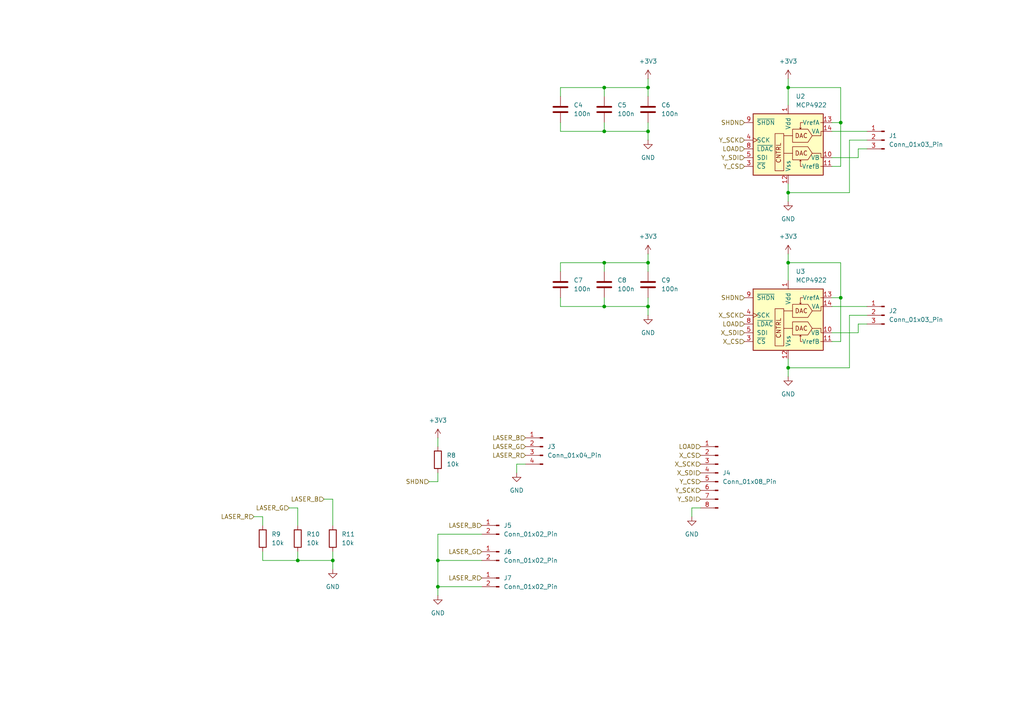
<source format=kicad_sch>
(kicad_sch (version 20231120) (generator "eeschema") (generator_version "8.0")
  (paper "A4")
  (title_block (title "Laser front-end base board") (date "2024-09-07"))
  (lib_symbols
    (symbol "Analog_DAC:MCP4922" (pin_names (offset 1.016))
      (property "Reference" "U" (at -1.905 10.795 0))
      (property "Value" "MCP4922" (at -1.905 8.89 0))
      (symbol "MCP4922_0_0"
        (polyline (pts (xy 3.556 -5.842) (xy 3.302 -6.096)))
        (polyline (pts (xy 3.556 -5.842) (xy 3.81 -6.096)))
        (polyline (pts (xy 3.556 3.302) (xy 3.302 3.556)))
        (polyline (pts (xy 3.556 3.302) (xy 3.81 3.556)))
        (polyline (pts (xy 10.16 -7.62) (xy 9.398 -7.62)))
        (polyline (pts (xy 10.16 5.08) (xy 9.398 5.08)))
        (polyline (pts (xy 4.064 -7.62) (xy 3.556 -7.62) (xy 3.556 -5.842)))
        (polyline (pts (xy 4.318 5.08) (xy 3.556 5.08) (xy 3.556 3.302)))
        (polyline (pts (xy 6.985 -3.81) (xy 9.525 -3.81) (xy 9.525 -5.08) (xy 10.16 -5.08)))
        (polyline (pts (xy 6.985 1.27) (xy 9.525 1.27) (xy 9.525 2.54) (xy 10.16 2.54)))
        (text "CNTRL" (at -2.032 -6.731 900) (effects (font (size 1.27 1.27)) (justify left bottom)))
        (text "DAC" (at 3.81 -3.81 0) (effects (font (size 1.27 1.27))))
        (text "DAC" (at 3.81 1.27 0) (effects (font (size 1.27 1.27))))
      )
      (symbol "MCP4922_0_1"
        (rectangle (start -10.16 7.62) (end 10.16 -10.16) (stroke (width 0.254)) (fill (type background)))
        (rectangle (start -1.27 -8.89) (end -3.81 1.905))
        (polyline (pts (xy 1.27 -3.81) (xy -1.27 -3.81)))
        (polyline (pts (xy 1.27 1.27) (xy -1.27 1.27)))
        (polyline (pts (xy 6.985 -3.81) (xy 5.715 -1.905) (xy 1.27 -1.905) (xy 1.27 -5.715) (xy 5.715 -5.715) (xy 6.985 -3.81)))
        (polyline (pts (xy 6.985 1.27) (xy 5.715 3.175) (xy 1.27 3.175) (xy 1.27 -0.635) (xy 5.715 -0.635) (xy 6.985 1.27)))
      )
      (symbol "MCP4922_1_1"
        (pin power_in line (at 0 10.16 270) (length 2.54) (name "Vdd") (number "1"))
        (pin output line (at 12.7 -5.08 180) (length 2.54) (name "VB") (number "10"))
        (pin input line (at 12.7 -7.62 180) (length 2.54) (name "VrefB") (number "11"))
        (pin power_in line (at 0 -12.7 90) (length 2.54) (name "Vss") (number "12"))
        (pin input line (at 12.7 5.08 180) (length 2.54) (name "VrefA") (number "13"))
        (pin output line (at 12.7 2.54 180) (length 2.54) (name "VA") (number "14"))
        (pin no_connect line (at -7.62 -10.16 90) (length 2.54) hide (name "NC") (number "2"))
        (pin input line (at -12.7 -7.62 0) (length 2.54) (name "~{CS}") (number "3"))
        (pin input clock (at -12.7 0 0) (length 2.54) (name "SCK") (number "4"))
        (pin input line (at -12.7 -5.08 0) (length 2.54) (name "SDI") (number "5"))
        (pin no_connect line (at -5.08 -10.16 90) (length 2.54) hide (name "NC") (number "6"))
        (pin no_connect line (at -2.54 -10.16 90) (length 2.54) hide (name "NC") (number "7"))
        (pin input line (at -12.7 -2.54 0) (length 2.54) (name "~{LDAC}") (number "8"))
        (pin output line (at -12.7 5.08 0) (length 2.54) (name "~{SHDN}") (number "9"))
      )
    )
    (symbol "Connector:Conn_01x02_Pin" (pin_names (offset 1.016) hide)
      (property "Reference" "J" (at 0 2.54 0))
      (property "Value" "Conn_01x02_Pin" (at 0 -5.08 0))
      (symbol "Conn_01x02_Pin_1_1"
        (polyline (pts (xy 1.27 -2.54) (xy 0.8636 -2.54)) (stroke (width 0.1524)))
        (polyline (pts (xy 1.27 0) (xy 0.8636 0)) (stroke (width 0.1524)))
        (rectangle (start 0.8636 -2.413) (end 0 -2.667) (stroke (width 0.1524)) (fill (type outline)))
        (rectangle (start 0.8636 0.127) (end 0 -0.127) (stroke (width 0.1524)) (fill (type outline)))
        (pin passive line (at 5.08 0 180) (length 3.81) (name "Pin_1") (number "1"))
        (pin passive line (at 5.08 -2.54 180) (length 3.81) (name "Pin_2") (number "2"))
      )
    )
    (symbol "Connector:Conn_01x03_Pin" (pin_names (offset 1.016) hide)
      (property "Reference" "J" (at 0 5.08 0))
      (property "Value" "Conn_01x03_Pin" (at 0 -5.08 0))
      (symbol "Conn_01x03_Pin_1_1"
        (polyline (pts (xy 1.27 -2.54) (xy 0.8636 -2.54)) (stroke (width 0.1524)))
        (polyline (pts (xy 1.27 0) (xy 0.8636 0)) (stroke (width 0.1524)))
        (polyline (pts (xy 1.27 2.54) (xy 0.8636 2.54)) (stroke (width 0.1524)))
        (rectangle (start 0.8636 -2.413) (end 0 -2.667) (stroke (width 0.1524)) (fill (type outline)))
        (rectangle (start 0.8636 0.127) (end 0 -0.127) (stroke (width 0.1524)) (fill (type outline)))
        (rectangle (start 0.8636 2.667) (end 0 2.413) (stroke (width 0.1524)) (fill (type outline)))
        (pin passive line (at 5.08 2.54 180) (length 3.81) (name "Pin_1") (number "1"))
        (pin passive line (at 5.08 0 180) (length 3.81) (name "Pin_2") (number "2"))
        (pin passive line (at 5.08 -2.54 180) (length 3.81) (name "Pin_3") (number "3"))
      )
    )
    (symbol "Connector:Conn_01x04_Pin" (pin_names (offset 1.016) hide)
      (property "Reference" "J" (at 0 5.08 0))
      (property "Value" "Conn_01x04_Pin" (at 0 -7.62 0))
      (symbol "Conn_01x04_Pin_1_1"
        (polyline (pts (xy 1.27 -5.08) (xy 0.8636 -5.08)) (stroke (width 0.1524)))
        (polyline (pts (xy 1.27 -2.54) (xy 0.8636 -2.54)) (stroke (width 0.1524)))
        (polyline (pts (xy 1.27 0) (xy 0.8636 0)) (stroke (width 0.1524)))
        (polyline (pts (xy 1.27 2.54) (xy 0.8636 2.54)) (stroke (width 0.1524)))
        (rectangle (start 0.8636 -4.953) (end 0 -5.207) (stroke (width 0.1524)) (fill (type outline)))
        (rectangle (start 0.8636 -2.413) (end 0 -2.667) (stroke (width 0.1524)) (fill (type outline)))
        (rectangle (start 0.8636 0.127) (end 0 -0.127) (stroke (width 0.1524)) (fill (type outline)))
        (rectangle (start 0.8636 2.667) (end 0 2.413) (stroke (width 0.1524)) (fill (type outline)))
        (pin passive line (at 5.08 2.54 180) (length 3.81) (name "Pin_1") (number "1"))
        (pin passive line (at 5.08 0 180) (length 3.81) (name "Pin_2") (number "2"))
        (pin passive line (at 5.08 -2.54 180) (length 3.81) (name "Pin_3") (number "3"))
        (pin passive line (at 5.08 -5.08 180) (length 3.81) (name "Pin_4") (number "4"))
      )
    )
    (symbol "Connector:Conn_01x08_Pin" (pin_names (offset 1.016) hide)
      (property "Reference" "J" (at 0 10.16 0))
      (property "Value" "Conn_01x08_Pin" (at 0 -12.7 0))
      (symbol "Conn_01x08_Pin_1_1"
        (polyline (pts (xy 1.27 -10.16) (xy 0.8636 -10.16)) (stroke (width 0.1524)))
        (polyline (pts (xy 1.27 -7.62) (xy 0.8636 -7.62)) (stroke (width 0.1524)))
        (polyline (pts (xy 1.27 -5.08) (xy 0.8636 -5.08)) (stroke (width 0.1524)))
        (polyline (pts (xy 1.27 -2.54) (xy 0.8636 -2.54)) (stroke (width 0.1524)))
        (polyline (pts (xy 1.27 0) (xy 0.8636 0)) (stroke (width 0.1524)))
        (polyline (pts (xy 1.27 2.54) (xy 0.8636 2.54)) (stroke (width 0.1524)))
        (polyline (pts (xy 1.27 5.08) (xy 0.8636 5.08)) (stroke (width 0.1524)))
        (polyline (pts (xy 1.27 7.62) (xy 0.8636 7.62)) (stroke (width 0.1524)))
        (rectangle (start 0.8636 -10.033) (end 0 -10.287) (stroke (width 0.1524)) (fill (type outline)))
        (rectangle (start 0.8636 -7.493) (end 0 -7.747) (stroke (width 0.1524)) (fill (type outline)))
        (rectangle (start 0.8636 -4.953) (end 0 -5.207) (stroke (width 0.1524)) (fill (type outline)))
        (rectangle (start 0.8636 -2.413) (end 0 -2.667) (stroke (width 0.1524)) (fill (type outline)))
        (rectangle (start 0.8636 0.127) (end 0 -0.127) (stroke (width 0.1524)) (fill (type outline)))
        (rectangle (start 0.8636 2.667) (end 0 2.413) (stroke (width 0.1524)) (fill (type outline)))
        (rectangle (start 0.8636 5.207) (end 0 4.953) (stroke (width 0.1524)) (fill (type outline)))
        (rectangle (start 0.8636 7.747) (end 0 7.493) (stroke (width 0.1524)) (fill (type outline)))
        (pin passive line (at 5.08 7.62 180) (length 3.81) (name "Pin_1") (number "1"))
        (pin passive line (at 5.08 5.08 180) (length 3.81) (name "Pin_2") (number "2"))
        (pin passive line (at 5.08 2.54 180) (length 3.81) (name "Pin_3") (number "3"))
        (pin passive line (at 5.08 0 180) (length 3.81) (name "Pin_4") (number "4"))
        (pin passive line (at 5.08 -2.54 180) (length 3.81) (name "Pin_5") (number "5"))
        (pin passive line (at 5.08 -5.08 180) (length 3.81) (name "Pin_6") (number "6"))
        (pin passive line (at 5.08 -7.62 180) (length 3.81) (name "Pin_7") (number "7"))
        (pin passive line (at 5.08 -10.16 180) (length 3.81) (name "Pin_8") (number "8"))
      )
    )
    (symbol "Device:C" (pin_numbers hide) (pin_names (offset 0.254))
      (property "Reference" "C" (at 0.635 2.54 0))
      (property "Value" "C" (at 0.635 -2.54 0))
      (symbol "C_0_1"
        (polyline (pts (xy -2.032 -0.762) (xy 2.032 -0.762)) (stroke (width 0.508)))
        (polyline (pts (xy -2.032 0.762) (xy 2.032 0.762)) (stroke (width 0.508)))
      )
      (symbol "C_1_1"
        (pin passive line (at 0 3.81 270) (length 2.794) (name "~") (number "1"))
        (pin passive line (at 0 -3.81 90) (length 2.794) (name "~") (number "2"))
      )
    )
    (symbol "Device:R" (pin_numbers hide) (pin_names (offset 0))
      (property "Reference" "R" (at 2.032 0 90))
      (property "Value" "R" (at 0 0 90))
      (symbol "R_0_1"
        (rectangle (start -1.016 -2.54) (end 1.016 2.54) (stroke (width 0.254)))
      )
      (symbol "R_1_1"
        (pin passive line (at 0 3.81 270) (length 1.27) (name "~") (number "1"))
        (pin passive line (at 0 -3.81 90) (length 1.27) (name "~") (number "2"))
      )
    )
    (symbol "power:+3V3" (power) (pin_numbers hide) (pin_names (offset 0) hide)
      (property "Value" "+3V3" (at 0 3.556 0))
      (symbol "+3V3_0_1"
        (polyline (pts (xy -0.762 1.27) (xy 0 2.54)))
        (polyline (pts (xy 0 0) (xy 0 2.54)))
        (polyline (pts (xy 0 2.54) (xy 0.762 1.27)))
      )
      (symbol "+3V3_1_1"
        (pin power_in line (at 0 0 90) (length 0) (name "~") (number "1"))
      )
    )
    (symbol "power:GND" (power) (pin_numbers hide) (pin_names (offset 0) hide)
      (property "Value" "GND" (at 0 -3.81 0))
      (symbol "GND_0_1"
        (polyline (pts (xy 0 0) (xy 0 -1.27) (xy 1.27 -1.27) (xy 0 -2.54) (xy -1.27 -1.27) (xy 0 -1.27)))
      )
      (symbol "GND_1_1"
        (pin power_in line (at 0 0 270) (length 0) (name "~") (number "1"))
      )
    )
  )
  (junction (at 175.26 76.2))
  (junction (at 228.6 55.88))
  (junction (at 187.96 38.1))
  (junction (at 228.6 25.4))
  (junction (at 187.96 25.4))
  (junction (at 243.84 86.36))
  (junction (at 187.96 88.9))
  (junction (at 127 170.18))
  (junction (at 243.84 35.56))
  (junction (at 175.26 88.9))
  (junction (at 96.52 162.56))
  (junction (at 175.26 38.1))
  (junction (at 175.26 25.4))
  (junction (at 127 162.56))
  (junction (at 187.96 76.2))
  (junction (at 228.6 76.2))
  (junction (at 86.36 162.56))
  (junction (at 228.6 106.68))
  (wire (pts (xy 162.56 35.56) (xy 162.56 38.1)))
  (wire (pts (xy 228.6 106.68) (xy 228.6 109.22)))
  (wire (pts (xy 241.3 99.06) (xy 243.84 99.06)))
  (wire (pts (xy 251.46 43.18) (xy 248.92 43.18)))
  (wire (pts (xy 228.6 55.88) (xy 246.38 55.88)))
  (wire (pts (xy 76.2 149.86) (xy 73.66 149.86)))
  (wire (pts (xy 241.3 38.1) (xy 251.46 38.1)))
  (wire (pts (xy 175.26 78.74) (xy 175.26 76.2)))
  (wire (pts (xy 248.92 45.72) (xy 241.3 45.72)))
  (wire (pts (xy 187.96 35.56) (xy 187.96 38.1)))
  (wire (pts (xy 187.96 38.1) (xy 187.96 40.64)))
  (wire (pts (xy 228.6 25.4) (xy 243.84 25.4)))
  (wire (pts (xy 187.96 88.9) (xy 175.26 88.9)))
  (wire (pts (xy 162.56 78.74) (xy 162.56 76.2)))
  (wire (pts (xy 124.46 139.7) (xy 127 139.7)))
  (wire (pts (xy 96.52 162.56) (xy 96.52 160.02)))
  (wire (pts (xy 243.84 35.56) (xy 241.3 35.56)))
  (wire (pts (xy 243.84 86.36) (xy 241.3 86.36)))
  (wire (pts (xy 175.26 27.94) (xy 175.26 25.4)))
  (wire (pts (xy 228.6 30.48) (xy 228.6 25.4)))
  (wire (pts (xy 86.36 147.32) (xy 83.82 147.32)))
  (wire (pts (xy 243.84 99.06) (xy 243.84 86.36)))
  (wire (pts (xy 127 172.72) (xy 127 170.18)))
  (wire (pts (xy 149.86 134.62) (xy 152.4 134.62)))
  (wire (pts (xy 127 162.56) (xy 139.7 162.56)))
  (wire (pts (xy 162.56 25.4) (xy 175.26 25.4)))
  (wire (pts (xy 127 154.94) (xy 139.7 154.94)))
  (wire (pts (xy 76.2 152.4) (xy 76.2 149.86)))
  (wire (pts (xy 187.96 88.9) (xy 187.96 91.44)))
  (wire (pts (xy 175.26 76.2) (xy 187.96 76.2)))
  (wire (pts (xy 251.46 93.98) (xy 248.92 93.98)))
  (wire (pts (xy 228.6 106.68) (xy 246.38 106.68)))
  (wire (pts (xy 241.3 48.26) (xy 243.84 48.26)))
  (wire (pts (xy 200.66 147.32) (xy 203.2 147.32)))
  (wire (pts (xy 127 127) (xy 127 129.54)))
  (wire (pts (xy 246.38 106.68) (xy 246.38 91.44)))
  (wire (pts (xy 76.2 160.02) (xy 76.2 162.56)))
  (wire (pts (xy 228.6 76.2) (xy 243.84 76.2)))
  (wire (pts (xy 187.96 86.36) (xy 187.96 88.9)))
  (wire (pts (xy 162.56 88.9) (xy 175.26 88.9)))
  (wire (pts (xy 175.26 25.4) (xy 187.96 25.4)))
  (wire (pts (xy 187.96 38.1) (xy 175.26 38.1)))
  (wire (pts (xy 246.38 91.44) (xy 251.46 91.44)))
  (wire (pts (xy 86.36 160.02) (xy 86.36 162.56)))
  (wire (pts (xy 241.3 88.9) (xy 251.46 88.9)))
  (wire (pts (xy 162.56 27.94) (xy 162.56 25.4)))
  (wire (pts (xy 127 170.18) (xy 127 162.56)))
  (wire (pts (xy 228.6 104.14) (xy 228.6 106.68)))
  (wire (pts (xy 248.92 43.18) (xy 248.92 45.72)))
  (wire (pts (xy 127 139.7) (xy 127 137.16)))
  (wire (pts (xy 175.26 88.9) (xy 175.26 86.36)))
  (wire (pts (xy 175.26 38.1) (xy 175.26 35.56)))
  (wire (pts (xy 187.96 25.4) (xy 187.96 22.86)))
  (wire (pts (xy 86.36 162.56) (xy 96.52 162.56)))
  (wire (pts (xy 187.96 76.2) (xy 187.96 78.74)))
  (wire (pts (xy 243.84 48.26) (xy 243.84 35.56)))
  (wire (pts (xy 162.56 86.36) (xy 162.56 88.9)))
  (wire (pts (xy 162.56 38.1) (xy 175.26 38.1)))
  (wire (pts (xy 96.52 162.56) (xy 96.52 165.1)))
  (wire (pts (xy 93.98 144.78) (xy 96.52 144.78)))
  (wire (pts (xy 200.66 149.86) (xy 200.66 147.32)))
  (wire (pts (xy 187.96 76.2) (xy 187.96 73.66)))
  (wire (pts (xy 228.6 22.86) (xy 228.6 25.4)))
  (wire (pts (xy 246.38 55.88) (xy 246.38 40.64)))
  (wire (pts (xy 96.52 144.78) (xy 96.52 152.4)))
  (wire (pts (xy 228.6 53.34) (xy 228.6 55.88)))
  (wire (pts (xy 243.84 25.4) (xy 243.84 35.56)))
  (wire (pts (xy 86.36 152.4) (xy 86.36 147.32)))
  (wire (pts (xy 248.92 96.52) (xy 241.3 96.52)))
  (wire (pts (xy 248.92 93.98) (xy 248.92 96.52)))
  (wire (pts (xy 162.56 76.2) (xy 175.26 76.2)))
  (wire (pts (xy 149.86 137.16) (xy 149.86 134.62)))
  (wire (pts (xy 243.84 76.2) (xy 243.84 86.36)))
  (wire (pts (xy 76.2 162.56) (xy 86.36 162.56)))
  (wire (pts (xy 228.6 73.66) (xy 228.6 76.2)))
  (wire (pts (xy 228.6 81.28) (xy 228.6 76.2)))
  (wire (pts (xy 246.38 40.64) (xy 251.46 40.64)))
  (wire (pts (xy 127 170.18) (xy 139.7 170.18)))
  (wire (pts (xy 187.96 25.4) (xy 187.96 27.94)))
  (wire (pts (xy 127 162.56) (xy 127 154.94)))
  (wire (pts (xy 228.6 55.88) (xy 228.6 58.42)))
  (hierarchical_label "LOAD" (shape input) (at 203.2 129.54 180))
  (hierarchical_label "Y_SDI" (shape input) (at 215.9 45.72 180))
  (hierarchical_label "LASER_R" (shape input) (at 152.4 132.08 180))
  (hierarchical_label "X_SDI" (shape input) (at 203.2 137.16 180))
  (hierarchical_label "Y_CS" (shape input) (at 203.2 139.7 180))
  (hierarchical_label "Y_SCK" (shape input) (at 215.9 40.64 180))
  (hierarchical_label "LASER_B" (shape input) (at 93.98 144.78 180))
  (hierarchical_label "Y_SCK" (shape input) (at 203.2 142.24 180))
  (hierarchical_label "LASER_R" (shape input) (at 73.66 149.86 180))
  (hierarchical_label "SHDN" (shape input) (at 215.9 86.36 180))
  (hierarchical_label "Y_SDI" (shape input) (at 203.2 144.78 180))
  (hierarchical_label "X_CS" (shape input) (at 215.9 99.06 180))
  (hierarchical_label "X_CS" (shape input) (at 203.2 132.08 180))
  (hierarchical_label "LOAD" (shape input) (at 215.9 93.98 180))
  (hierarchical_label "X_SCK" (shape input) (at 203.2 134.62 180))
  (hierarchical_label "LASER_B" (shape input) (at 139.7 152.4 180))
  (hierarchical_label "Y_CS" (shape input) (at 215.9 48.26 180))
  (hierarchical_label "SHDN" (shape input) (at 215.9 35.56 180))
  (hierarchical_label "LASER_R" (shape input) (at 139.7 167.64 180))
  (hierarchical_label "LASER_G" (shape input) (at 152.4 129.54 180))
  (hierarchical_label "LOAD" (shape input) (at 215.9 43.18 180))
  (hierarchical_label "LASER_G" (shape input) (at 139.7 160.02 180))
  (hierarchical_label "LASER_B" (shape input) (at 152.4 127 180))
  (hierarchical_label "SHDN" (shape input) (at 124.46 139.7 180))
  (hierarchical_label "X_SCK" (shape input) (at 215.9 91.44 180))
  (hierarchical_label "X_SDI" (shape input) (at 215.9 96.52 180))
  (hierarchical_label "LASER_G" (shape input) (at 83.82 147.32 180))
  (symbol (lib_id "Connector:Conn_01x02_Pin") (at 144.78 152.4 0) (mirror y) (unit 1)
    (property "Reference" "J5" (at 146.05 152.3999 0) (effects (justify right)))
    (property "Value" "Conn_01x02_Pin" (at 146.05 154.9399 0) (effects (justify right)))
    (property "Footprint" "Connector_PinHeader_2.54mm:PinHeader_1x02_P2.54mm_Vertical" (effects (hide yes)))
    (property "Description" "Generic connector, single row, 01x02, script generated" (effects (hide yes)))
  )
  (symbol (lib_id "power:GND") (at 149.86 137.16 0) (mirror y) (unit 1)
    (property "Reference" "#PWR021" (effects (hide yes)))
    (property "Value" "GND" (at 149.86 142.24 0))
    (property "Description" "Power symbol creates a global label with name \"GND\" , ground" (effects (hide yes)))
  )
  (symbol (lib_id "Connector:Conn_01x02_Pin") (at 144.78 167.64 0) (mirror y) (unit 1)
    (property "Reference" "J7" (at 146.05 167.6399 0) (effects (justify right)))
    (property "Value" "Conn_01x02_Pin" (at 146.05 170.1799 0) (effects (justify right)))
    (property "Footprint" "Connector_PinHeader_2.54mm:PinHeader_1x02_P2.54mm_Vertical" (effects (hide yes)))
    (property "Description" "Generic connector, single row, 01x02, script generated" (effects (hide yes)))
  )
  (symbol (lib_id "power:+3V3") (at 228.6 22.86 0) (unit 1)
    (property "Reference" "#PWR013" (effects (hide yes)))
    (property "Value" "+3V3" (at 228.6 17.78 0))
    (property "Description" "Power symbol creates a global label with name \"+3V3\"" (effects (hide yes)))
  )
  (symbol (lib_id "power:GND") (at 228.6 109.22 0) (unit 1)
    (property "Reference" "#PWR019" (effects (hide yes)))
    (property "Value" "GND" (at 228.6 114.3 0))
    (property "Description" "Power symbol creates a global label with name \"GND\" , ground" (effects (hide yes)))
  )
  (symbol (lib_id "Device:C") (at 175.26 82.55 0) (unit 1)
    (property "Reference" "C8" (at 179.07 81.2799 0) (effects (justify left)))
    (property "Value" "100n" (at 179.07 83.8199 0) (effects (justify left)))
    (property "Footprint" "Capacitor_SMD:C_0603_1608Metric" (effects (hide yes)))
    (property "Description" "Unpolarized capacitor" (effects (hide yes)))
  )
  (symbol (lib_id "power:GND") (at 200.66 149.86 0) (unit 1)
    (property "Reference" "#PWR022" (effects (hide yes)))
    (property "Value" "GND" (at 200.66 154.94 0))
    (property "Description" "Power symbol creates a global label with name \"GND\" , ground" (effects (hide yes)))
  )
  (symbol (lib_id "power:GND") (at 127 172.72 0) (unit 1)
    (property "Reference" "#PWR024" (effects (hide yes)))
    (property "Value" "GND" (at 127 177.8 0))
    (property "Description" "Power symbol creates a global label with name \"GND\" , ground" (effects (hide yes)))
  )
  (symbol (lib_id "Analog_DAC:MCP4922") (at 228.6 40.64 0) (unit 1)
    (property "Reference" "U2" (at 230.7941 27.94 0) (effects (justify left)))
    (property "Value" "MCP4922" (at 230.7941 30.48 0) (effects (justify left)))
    (property "Footprint" "Package_SO:SOIC-14_3.9x8.7mm_P1.27mm" (effects (hide yes)))
    (property "Datasheet" "http://ww1.microchip.com/downloads/en/DeviceDoc/22250A.pdf" (effects (hide yes)))
    (property "Description" "2-Channel 12-Bit D/A Converters with SPI Interface" (effects (hide yes)))
  )
  (symbol (lib_id "power:GND") (at 228.6 58.42 0) (unit 1)
    (property "Reference" "#PWR015" (effects (hide yes)))
    (property "Value" "GND" (at 228.6 63.5 0))
    (property "Description" "Power symbol creates a global label with name \"GND\" , ground" (effects (hide yes)))
  )
  (symbol (lib_id "Device:R") (at 86.36 156.21 0) (unit 1)
    (property "Reference" "R10" (at 88.9 154.9399 0) (effects (justify left)))
    (property "Value" "10k" (at 88.9 157.4799 0) (effects (justify left)))
    (property "Footprint" "Resistor_SMD:R_0805_2012Metric" (effects (hide yes)))
    (property "Description" "Resistor" (effects (hide yes)))
  )
  (symbol (lib_id "Device:C") (at 187.96 31.75 0) (unit 1)
    (property "Reference" "C6" (at 191.77 30.4799 0) (effects (justify left)))
    (property "Value" "100n" (at 191.77 33.0199 0) (effects (justify left)))
    (property "Footprint" "Capacitor_SMD:C_0603_1608Metric" (effects (hide yes)))
    (property "Description" "Unpolarized capacitor" (effects (hide yes)))
  )
  (symbol (lib_id "power:+3V3") (at 187.96 73.66 0) (unit 1)
    (property "Reference" "#PWR016" (effects (hide yes)))
    (property "Value" "+3V3" (at 187.96 68.58 0))
    (property "Description" "Power symbol creates a global label with name \"+3V3\"" (effects (hide yes)))
  )
  (symbol (lib_id "power:+3V3") (at 187.96 22.86 0) (unit 1)
    (property "Reference" "#PWR012" (effects (hide yes)))
    (property "Value" "+3V3" (at 187.96 17.78 0))
    (property "Description" "Power symbol creates a global label with name \"+3V3\"" (effects (hide yes)))
  )
  (symbol (lib_id "Device:C") (at 162.56 82.55 0) (unit 1)
    (property "Reference" "C7" (at 166.37 81.2799 0) (effects (justify left)))
    (property "Value" "100n" (at 166.37 83.8199 0) (effects (justify left)))
    (property "Footprint" "Capacitor_SMD:C_0603_1608Metric" (effects (hide yes)))
    (property "Description" "Unpolarized capacitor" (effects (hide yes)))
  )
  (symbol (lib_id "Analog_DAC:MCP4922") (at 228.6 91.44 0) (unit 1)
    (property "Reference" "U3" (at 230.7941 78.74 0) (effects (justify left)))
    (property "Value" "MCP4922" (at 230.7941 81.28 0) (effects (justify left)))
    (property "Footprint" "Package_SO:SOIC-14_3.9x8.7mm_P1.27mm" (effects (hide yes)))
    (property "Datasheet" "http://ww1.microchip.com/downloads/en/DeviceDoc/22250A.pdf" (effects (hide yes)))
    (property "Description" "2-Channel 12-Bit D/A Converters with SPI Interface" (effects (hide yes)))
  )
  (symbol (lib_id "Device:C") (at 175.26 31.75 0) (unit 1)
    (property "Reference" "C5" (at 179.07 30.4799 0) (effects (justify left)))
    (property "Value" "100n" (at 179.07 33.0199 0) (effects (justify left)))
    (property "Footprint" "Capacitor_SMD:C_0603_1608Metric" (effects (hide yes)))
    (property "Description" "Unpolarized capacitor" (effects (hide yes)))
  )
  (symbol (lib_id "Device:C") (at 187.96 82.55 0) (unit 1)
    (property "Reference" "C9" (at 191.77 81.2799 0) (effects (justify left)))
    (property "Value" "100n" (at 191.77 83.8199 0) (effects (justify left)))
    (property "Footprint" "Capacitor_SMD:C_0603_1608Metric" (effects (hide yes)))
    (property "Description" "Unpolarized capacitor" (effects (hide yes)))
  )
  (symbol (lib_id "power:GND") (at 96.52 165.1 0) (unit 1)
    (property "Reference" "#PWR023" (effects (hide yes)))
    (property "Value" "GND" (at 96.52 170.18 0))
    (property "Description" "Power symbol creates a global label with name \"GND\" , ground" (effects (hide yes)))
  )
  (symbol (lib_id "Device:R") (at 127 133.35 0) (unit 1)
    (property "Reference" "R8" (at 129.54 132.0799 0) (effects (justify left)))
    (property "Value" "10k" (at 129.54 134.6199 0) (effects (justify left)))
    (property "Footprint" "Resistor_SMD:R_0805_2012Metric" (effects (hide yes)))
    (property "Description" "Resistor" (effects (hide yes)))
  )
  (symbol (lib_id "Device:R") (at 76.2 156.21 0) (unit 1)
    (property "Reference" "R9" (at 78.74 154.9399 0) (effects (justify left)))
    (property "Value" "10k" (at 78.74 157.4799 0) (effects (justify left)))
    (property "Footprint" "Resistor_SMD:R_0805_2012Metric" (effects (hide yes)))
    (property "Description" "Resistor" (effects (hide yes)))
  )
  (symbol (lib_id "power:+3V3") (at 228.6 73.66 0) (unit 1)
    (property "Reference" "#PWR017" (effects (hide yes)))
    (property "Value" "+3V3" (at 228.6 68.58 0))
    (property "Description" "Power symbol creates a global label with name \"+3V3\"" (effects (hide yes)))
  )
  (symbol (lib_id "power:GND") (at 187.96 91.44 0) (unit 1)
    (property "Reference" "#PWR018" (effects (hide yes)))
    (property "Value" "GND" (at 187.96 96.52 0))
    (property "Description" "Power symbol creates a global label with name \"GND\" , ground" (effects (hide yes)))
  )
  (symbol (lib_id "Device:C") (at 162.56 31.75 0) (unit 1)
    (property "Reference" "C4" (at 166.37 30.4799 0) (effects (justify left)))
    (property "Value" "100n" (at 166.37 33.0199 0) (effects (justify left)))
    (property "Footprint" "Capacitor_SMD:C_0603_1608Metric" (effects (hide yes)))
    (property "Description" "Unpolarized capacitor" (effects (hide yes)))
  )
  (symbol (lib_id "Connector:Conn_01x08_Pin") (at 208.28 137.16 0) (mirror y) (unit 1)
    (property "Reference" "J4" (at 209.55 137.1599 0) (effects (justify right)))
    (property "Value" "Conn_01x08_Pin" (at 209.55 139.6999 0) (effects (justify right)))
    (property "Footprint" "Connector_PinHeader_2.54mm:PinHeader_1x08_P2.54mm_Vertical" (effects (hide yes)))
    (property "Description" "Generic connector, single row, 01x08, script generated" (effects (hide yes)))
  )
  (symbol (lib_id "Device:R") (at 96.52 156.21 0) (unit 1)
    (property "Reference" "R11" (at 99.06 154.9399 0) (effects (justify left)))
    (property "Value" "10k" (at 99.06 157.4799 0) (effects (justify left)))
    (property "Footprint" "Resistor_SMD:R_0805_2012Metric" (effects (hide yes)))
    (property "Description" "Resistor" (effects (hide yes)))
  )
  (symbol (lib_id "Connector:Conn_01x04_Pin") (at 157.48 129.54 0) (mirror y) (unit 1)
    (property "Reference" "J3" (at 158.75 129.5399 0) (effects (justify right)))
    (property "Value" "Conn_01x04_Pin" (at 158.75 132.0799 0) (effects (justify right)))
    (property "Footprint" "Connector_PinHeader_2.54mm:PinHeader_1x04_P2.54mm_Vertical" (effects (hide yes)))
    (property "Description" "Generic connector, single row, 01x04, script generated" (effects (hide yes)))
  )
  (symbol (lib_id "Connector:Conn_01x03_Pin") (at 256.54 40.64 0) (mirror y) (unit 1)
    (property "Reference" "J1" (at 257.81 39.3699 0) (effects (justify right)))
    (property "Value" "Conn_01x03_Pin" (at 257.81 41.9099 0) (effects (justify right)))
    (property "Footprint" "Connector_PinHeader_2.54mm:PinHeader_1x03_P2.54mm_Vertical" (effects (hide yes)))
    (property "Description" "Generic connector, single row, 01x03, script generated" (effects (hide yes)))
  )
  (symbol (lib_id "Connector:Conn_01x02_Pin") (at 144.78 160.02 0) (mirror y) (unit 1)
    (property "Reference" "J6" (at 146.05 160.0199 0) (effects (justify right)))
    (property "Value" "Conn_01x02_Pin" (at 146.05 162.5599 0) (effects (justify right)))
    (property "Footprint" "Connector_PinHeader_2.54mm:PinHeader_1x02_P2.54mm_Vertical" (effects (hide yes)))
    (property "Description" "Generic connector, single row, 01x02, script generated" (effects (hide yes)))
  )
  (symbol (lib_id "Connector:Conn_01x03_Pin") (at 256.54 91.44 0) (mirror y) (unit 1)
    (property "Reference" "J2" (at 257.81 90.1699 0) (effects (justify right)))
    (property "Value" "Conn_01x03_Pin" (at 257.81 92.7099 0) (effects (justify right)))
    (property "Footprint" "Connector_PinHeader_2.54mm:PinHeader_1x03_P2.54mm_Vertical" (effects (hide yes)))
    (property "Description" "Generic connector, single row, 01x03, script generated" (effects (hide yes)))
  )
  (symbol (lib_id "power:GND") (at 187.96 40.64 0) (unit 1)
    (property "Reference" "#PWR014" (effects (hide yes)))
    (property "Value" "GND" (at 187.96 45.72 0))
    (property "Description" "Power symbol creates a global label with name \"GND\" , ground" (effects (hide yes)))
  )
  (symbol (lib_id "power:+3V3") (at 127 127 0) (unit 1)
    (property "Reference" "#PWR020" (effects (hide yes)))
    (property "Value" "+3V3" (at 127 121.92 0))
    (property "Description" "Power symbol creates a global label with name \"+3V3\"" (effects (hide yes)))
  )
)
</source>
